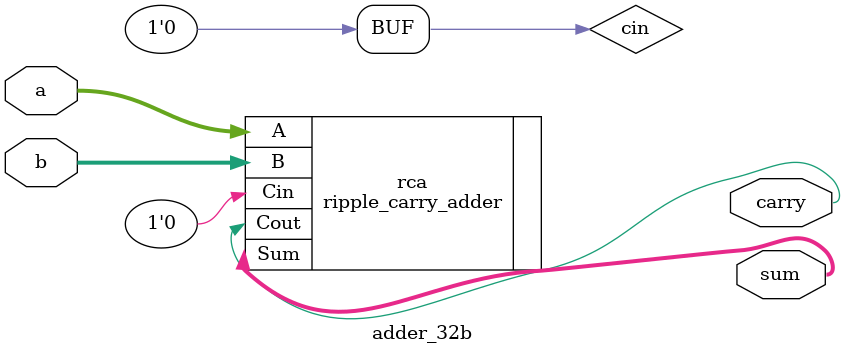
<source format=v>
module adder_32b(input [31:0] a,b,
                 output [31:0] sum,
               output carry);
  wire cin = 1'b0;
  ripple_carry_adder #(.N(32),.model(1)) rca (.A(a), .B(b), .Cin(cin), .Sum(sum), .Cout(carry));
endmodule
</source>
